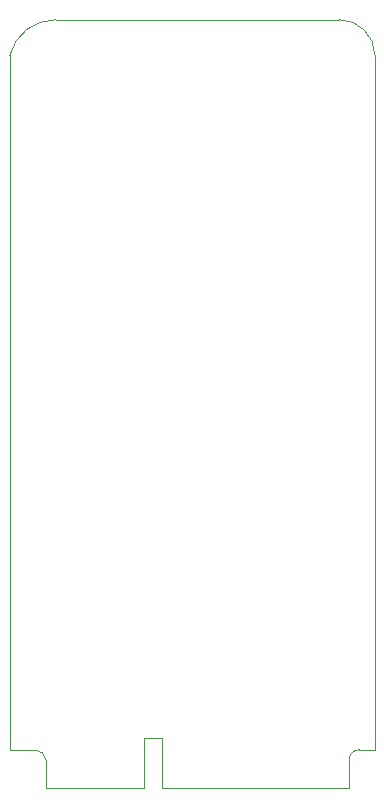
<source format=gko>
G04 #@! TF.FileFunction,Profile,NP*
%FSLAX46Y46*%
G04 Gerber Fmt 4.6, Leading zero omitted, Abs format (unit mm)*
G04 Created by KiCad (PCBNEW 4.0.7) date 06/11/18 13:45:27*
%MOMM*%
%LPD*%
G01*
G04 APERTURE LIST*
%ADD10C,0.100000*%
G04 APERTURE END LIST*
D10*
X129310000Y-125140000D02*
X127080000Y-125140000D01*
X130990018Y-63278491D02*
G75*
G03X127080000Y-66290000I-48385J-3981236D01*
G01*
X157990000Y-125090000D02*
X157990000Y-66240000D01*
X156680000Y-125090000D02*
X157990000Y-125090000D01*
X156686375Y-125091964D02*
G75*
G03X155820000Y-125900000I-56375J-808036D01*
G01*
X127080000Y-125140000D02*
X127080000Y-66300000D01*
X130109750Y-125900259D02*
G75*
G03X129330000Y-125140000I-779750J-19741D01*
G01*
X130110000Y-128330000D02*
X130110000Y-125930000D01*
X155820000Y-128340000D02*
X155820000Y-125930000D01*
X139970000Y-128340000D02*
X155820000Y-128340000D01*
X139970000Y-124130000D02*
X139970000Y-128340000D01*
X138460000Y-124130000D02*
X139970000Y-124130000D01*
X138460000Y-128330000D02*
X138460000Y-124130000D01*
X130110000Y-128330000D02*
X138460000Y-128330000D01*
X157990000Y-66280000D02*
G75*
G03X154990000Y-63280000I-3000000J0D01*
G01*
X154990000Y-63280000D02*
X130960000Y-63280000D01*
M02*

</source>
